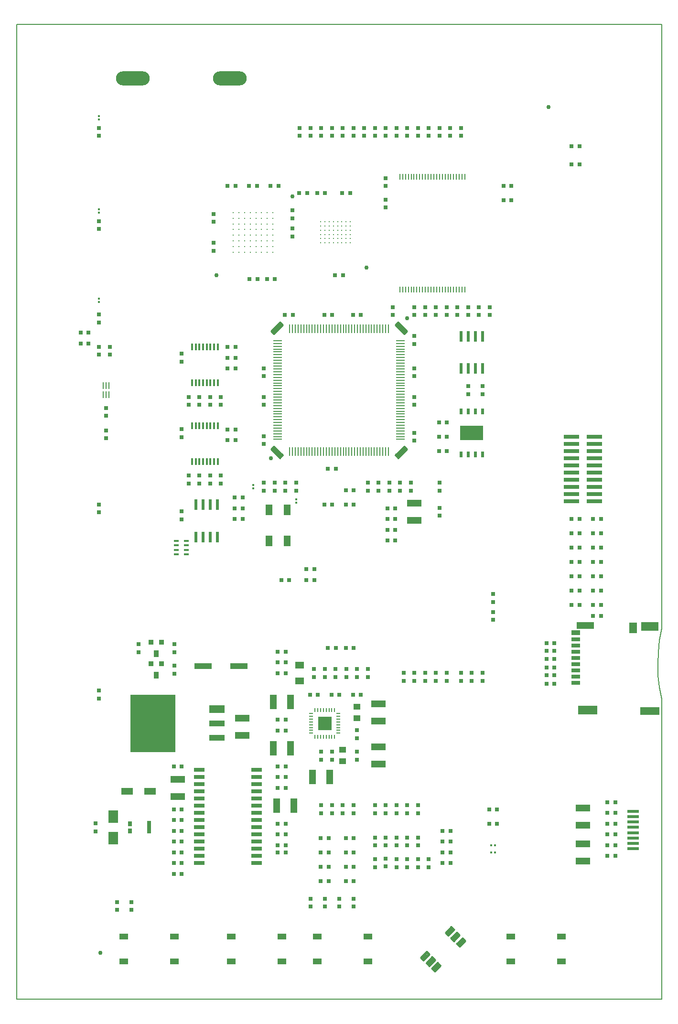
<source format=gbr>
%FSTAX23Y23*%
%MOIN*%
%SFA1B1*%

%IPPOS*%
%ADD11C,0.010000*%
%ADD12R,0.016000X0.016000*%
%ADD13R,0.030000X0.030000*%
%ADD14R,0.020000X0.039000*%
%ADD15R,0.028000X0.008000*%
%ADD16R,0.009000X0.040000*%
%ADD17R,0.138000X0.063000*%
%ADD18R,0.138000X0.055000*%
%ADD19R,0.122000X0.047000*%
%ADD20R,0.122000X0.059000*%
%ADD21C,0.010000*%
%ADD22R,0.063000X0.009000*%
%ADD23R,0.009000X0.063000*%
%ADD24R,0.009000X0.063000*%
%ADD25R,0.110000X0.029000*%
%ADD26R,0.100000X0.050000*%
%ADD27R,0.051000X0.075000*%
%ADD28C,0.030000*%
%ADD29R,0.060000X0.050000*%
%ADD30R,0.035000X0.016000*%
%ADD31R,0.050000X0.040000*%
%ADD32R,0.050000X0.100000*%
%ADD33R,0.110000X0.039000*%
%ADD34R,0.110000X0.056000*%
%ADD35R,0.315000X0.402000*%
%ADD36R,0.011000X0.046000*%
%ADD37R,0.011000X0.046000*%
%ADD38R,0.036000X0.050000*%
%ADD39R,0.036000X0.036000*%
%ADD40R,0.060000X0.040000*%
%ADD42R,0.012000X0.045000*%
%ADD43R,0.080000X0.047000*%
%ADD44R,0.028000X0.037000*%
%ADD45R,0.031000X0.087000*%
%ADD46R,0.008000X0.028000*%
%ADD47R,0.098000X0.098000*%
%ADD48R,0.024000X0.076000*%
%ADD49R,0.069000X0.091000*%
%ADD50R,0.075000X0.025000*%
%ADD51C,0.012000*%
%ADD52R,0.079000X0.020000*%
%ADD53O,0.236000X0.098000*%
%ADD54R,0.160000X0.100000*%
%ADD55R,0.055000X0.077000*%
%ADD56R,0.063000X0.031000*%
%ADD57R,0.063000X0.033000*%
%ADD58C,0.005000*%
%ADD101R,0.121000X0.041000*%
%LNmb672d-1*%
%LPD*%
G54D11*
X02653Y00007D02*
X02632Y00028D01*
X02674Y00071*
X02696Y00049*
X02653Y00007*
Y00019D02*
X02644Y00028D01*
X02674Y00059*
X02684Y00049*
X02653Y00019*
X02655Y00029D02*
X02673Y00048D01*
X02826Y00179D02*
X02804Y00201D01*
X02847Y00243*
X02868Y00222*
X02826Y00179*
Y00191D02*
X02816Y00201D01*
X02847Y00231*
X02856Y00222*
X02826Y00191*
X02827Y00202D02*
X02845Y00221D01*
X02865Y00141D02*
X02843Y00162D01*
X02886Y00204*
X02907Y00183*
X02865Y00141*
Y00152D02*
X02855Y00162D01*
X02886Y00192*
X02895Y00183*
X02865Y00152*
X02866Y00163D02*
X02884Y00182D01*
X02787Y00218D02*
X02766Y0024D01*
X02808Y00282*
X02829Y00261*
X02787Y00218*
Y0023D02*
X02777Y0024D01*
X02808Y0027*
X02817Y00261*
X02787Y0023*
X02788Y0024D02*
X02806Y0026D01*
X02692Y-00032D02*
X02671Y-00011D01*
X02713Y00032*
X02734Y0001*
X02692Y-00032*
Y-0002D02*
X02683Y-00011D01*
X02713Y0002*
X02723Y0001*
X02692Y-0002*
X02694Y-0001D02*
X02712Y0001D01*
X02614Y00046D02*
X02593Y00067D01*
X02635Y00109*
X02657Y00088*
X02614Y00046*
Y00058D02*
X02605Y00067D01*
X02635Y00098*
X02645Y00088*
X02614Y00058*
X02616Y00068D02*
X02634Y00087D01*
G54D12*
X03088Y008D03*
Y0085D03*
X03112D03*
Y008D03*
X0035Y04638D03*
Y05263D03*
X01425Y03362D03*
Y03338D03*
X01725Y03238D03*
Y03262D03*
X0035Y05287D03*
Y04662D03*
Y05937D03*
Y05913D03*
G54D13*
X027Y02053D03*
X02723Y036D03*
Y037D03*
X01352Y03275D03*
Y032D03*
X0035Y04497D03*
Y04552D03*
X03797Y0245D03*
X03852D03*
X03473Y02205D03*
X03527D03*
X03473Y0226D03*
X03527D03*
X03473Y01975D03*
X03527D03*
X03473Y02035D03*
X03527D03*
X03473Y0209D03*
X03527D03*
X015Y03322D03*
Y03378D03*
X0035Y05202D03*
Y05148D03*
Y05852D03*
Y05798D03*
X01575Y03322D03*
X02125Y01072D03*
X0205D03*
X01975D03*
X019D03*
X02225Y03378D03*
Y03322D03*
X02875Y05852D03*
Y05798D03*
X01725Y03322D03*
Y03378D03*
X02072Y009D03*
X02128D03*
X02777Y037D03*
X03953Y0085D03*
X03898D03*
X02777Y036D03*
X01247Y03675D03*
X01303D03*
X0235Y01072D03*
Y01128D03*
X02275Y01072D03*
Y01128D03*
X02425Y01072D03*
Y01128D03*
X025Y01072D03*
Y01128D03*
X02575Y01072D03*
Y01128D03*
X01247Y0425D03*
X01303D03*
X02747Y0095D03*
X02803D03*
X01247Y04325D03*
X01303D03*
X031Y02602D03*
Y02547D03*
X01298Y03125D03*
X03025Y04052D03*
Y03997D03*
X01597Y0125D03*
X01653D03*
Y0205D03*
X01597D03*
X01298Y03275D03*
X0255Y03727D03*
Y03672D03*
Y04122D03*
Y04177D03*
X0165Y03322D03*
Y03378D03*
X02072Y03325D03*
X02128D03*
X01852Y027D03*
X01798D03*
X02072Y03225D03*
X02128D03*
X019Y01128D03*
X02125D03*
X02425Y00902D03*
Y00848D03*
X02747Y00875D03*
X02803D03*
X01952Y007D03*
X01898D03*
X00425Y04327D03*
Y04273D03*
X03072Y011D03*
X03128D03*
X01747Y054D03*
X01803D03*
X01622Y027D03*
X01678D03*
X03797Y03025D03*
X03852D03*
X03648Y02525D03*
X03703D03*
X03025Y01997D03*
Y02053D03*
X03797Y03125D03*
X03852D03*
X03075Y04548D03*
Y04602D03*
X02925Y04548D03*
Y04602D03*
X0245Y03378D03*
Y03322D03*
X01303Y0545D03*
X01247D03*
X02003Y03475D03*
X01947D03*
X0255Y03922D03*
Y03977D03*
X023Y03378D03*
Y03322D03*
X01977Y03225D03*
X01923D03*
X025Y05798D03*
Y05852D03*
X02125D03*
Y05798D03*
X02575Y05852D03*
Y05798D03*
X02375Y03322D03*
Y03378D03*
X015Y03703D03*
Y03648D03*
Y04122D03*
Y04177D03*
X01648Y0455D03*
X01702D03*
X01923D03*
X01977D03*
X02122D03*
X02178D03*
X02418Y03125D03*
X02362D03*
X015Y03922D03*
Y03977D03*
X02Y02023D03*
Y02078D03*
X02725Y05798D03*
Y05852D03*
X019D03*
Y05798D03*
X0215Y02023D03*
Y02078D03*
X02072Y02225D03*
X02128D03*
X02775Y02053D03*
Y01997D03*
X02875Y02053D03*
Y01997D03*
X02003Y02225D03*
X01947D03*
X02425Y05798D03*
Y05852D03*
X0235Y05798D03*
Y05852D03*
X028D03*
Y05798D03*
X02725Y03378D03*
X01825Y05852D03*
X01975D03*
X02725Y03322D03*
X00928Y00725D03*
X00873D03*
X01303Y0375D03*
X01952Y009D03*
X0205Y05852D03*
X03172Y0535D03*
Y0545D03*
X00925Y03178D03*
Y03122D03*
X03527Y0215D03*
X03473D03*
X02025Y00423D03*
X01925D03*
X01825D03*
X01975Y05798D03*
X01825D03*
X02225Y02023D03*
Y02078D03*
X0185D03*
Y02023D03*
X00873Y0095D03*
X00928D03*
X00873Y011D03*
X00928D03*
X00873Y00875D03*
X00928D03*
Y01025D03*
X00873D03*
X03227Y0545D03*
Y0535D03*
X01247Y0375D03*
X01653Y014D03*
X01597D03*
Y0085D03*
X01653D03*
X00873Y014D03*
X00928D03*
X00873Y008D03*
X00928D03*
X02122Y019D03*
X02178D03*
X01975Y01447D03*
Y01503D03*
X01653Y0165D03*
X01597D03*
X01653Y02125D03*
X03648Y056D03*
X03703D03*
X03648Y05725D03*
X03703D03*
X02725Y03148D03*
Y03203D03*
X01597Y01325D03*
Y00925D03*
X0215Y01447D03*
Y01503D03*
X01653Y01325D03*
X03648Y03025D03*
Y02625D03*
X01653Y00925D03*
X01898Y006D03*
X01952D03*
X00625Y02253D03*
Y02197D03*
X03703Y02825D03*
X03648D03*
X0105Y03977D03*
Y03922D03*
X0255Y01997D03*
Y02053D03*
X02625D03*
Y01997D03*
X0295D03*
Y02053D03*
X03703Y02625D03*
X03852Y02825D03*
X03797D03*
X02128Y007D03*
X02072D03*
X0235Y05503D03*
Y05448D03*
X03797Y02925D03*
X03852D03*
X02128Y008D03*
X02072D03*
X02275Y00752D03*
Y00697D03*
X02128Y006D03*
X02072D03*
X017Y05222D03*
Y05278D03*
X03703Y03125D03*
X03648D03*
Y02925D03*
X03703D03*
X03852Y02725D03*
X03797D03*
X03648D03*
X03703D03*
X03Y04602D03*
Y04548D03*
X02575Y00848D03*
Y00902D03*
X025Y00848D03*
Y00902D03*
X02275Y00848D03*
Y00902D03*
X0235D03*
Y00848D03*
X03953Y00925D03*
X03898D03*
X00875Y02047D03*
Y02102D03*
X004Y03688D03*
Y03743D03*
X00278Y04425D03*
X00222D03*
X02575Y00697D03*
Y00752D03*
X025Y00697D03*
Y00752D03*
X02425Y00697D03*
Y00752D03*
X0235Y00702D03*
Y00757D03*
X012Y03372D03*
Y03428D03*
Y03922D03*
Y03977D03*
X0105Y03372D03*
Y03428D03*
X01125Y03372D03*
Y03428D03*
Y03922D03*
Y03977D03*
X00975Y03922D03*
Y03977D03*
X00925Y03753D03*
Y03697D03*
X00325Y01003D03*
Y00947D03*
X02925Y03997D03*
Y04052D03*
X03852Y02525D03*
X03797D03*
X02747Y00725D03*
X02803D03*
Y008D03*
X02747D03*
X0205Y05798D03*
X02475Y02053D03*
Y01997D03*
X004Y03845D03*
Y039D03*
X03703Y03025D03*
X03797Y02625D03*
X03852D03*
X0035Y04273D03*
Y04327D03*
X01653Y008D03*
X01597D03*
X02125Y00423D03*
X03953Y0115D03*
X03898D03*
X00222Y0435D03*
X00278D03*
X01653Y01725D03*
X01597D03*
X0215Y01653D03*
Y01597D03*
X01898Y009D03*
X00575Y00452D03*
Y00398D03*
X02525Y03378D03*
Y03322D03*
X024Y04602D03*
Y04548D03*
X02275Y05852D03*
Y05798D03*
X02362Y032D03*
X02418D03*
X0265Y05798D03*
Y05852D03*
X022Y05798D03*
Y05852D03*
X01852Y02775D03*
X01798D03*
X03898Y00775D03*
X03953D03*
X014Y048D03*
X01455D03*
X0265Y00697D03*
Y00752D03*
X01898Y008D03*
X01952D03*
X01925Y02078D03*
Y02023D03*
X02075Y02078D03*
Y02023D03*
X027Y01997D03*
X0255Y04347D03*
Y04403D03*
X03072Y01D03*
X03128D03*
X01303Y04175D03*
X01247D03*
X01975Y01128D03*
X0205D03*
X02723Y038D03*
X02777D03*
X00928Y0065D03*
X00873D03*
X00975Y03428D03*
Y03372D03*
X02362Y02975D03*
X02418D03*
X01602Y0545D03*
X01548D03*
X01872Y054D03*
X01928D03*
X0255Y04548D03*
Y04602D03*
X027D03*
Y04548D03*
X0175Y05798D03*
Y05852D03*
X019Y01447D03*
Y01503D03*
X01822Y019D03*
X01878D03*
X02625Y04548D03*
Y04602D03*
X0285Y04548D03*
Y04602D03*
X02027Y019D03*
X01972D03*
X00925Y04222D03*
Y04278D03*
X01653Y01D03*
X01597D03*
X01452Y0545D03*
X01398D03*
X0115Y05052D03*
Y04997D03*
Y05253D03*
Y05198D03*
X02047Y054D03*
X02102D03*
X02053Y04825D03*
X01997D03*
X0235Y05298D03*
Y05352D03*
X017Y05097D03*
Y05153D03*
X01523Y048D03*
X01577D03*
X01575Y03378D03*
X00875Y02253D03*
Y02197D03*
X01597Y02125D03*
X02125Y00477D03*
X02025D03*
X01925D03*
X01825D03*
X01597Y022D03*
X01653D03*
X0035Y01872D03*
Y01928D03*
Y03172D03*
Y03227D03*
X01298Y032D03*
X00475Y00398D03*
Y00452D03*
X02775Y04602D03*
Y04548D03*
X02362Y0305D03*
X02418D03*
X03953Y01075D03*
X03898D03*
Y01D03*
X03953D03*
X01352Y03125D03*
X031Y02477D03*
Y02422D03*
G54D14*
X02975Y03875D03*
X03025D03*
X02925Y03575D03*
X03025D03*
X02925Y03875D03*
X02875D03*
X02975Y03575D03*
X02875D03*
G54D15*
X01831Y01749D03*
Y01769D03*
Y0173D03*
Y0171D03*
Y0169D03*
Y0167D03*
Y01651D03*
Y01631D03*
X02019D03*
Y01651D03*
Y0167D03*
Y0169D03*
Y0171D03*
Y0173D03*
Y01749D03*
Y01769D03*
G54D16*
X02765Y04725D03*
X02745D03*
X0245D03*
X0247D03*
X02489D03*
X02509D03*
X02529D03*
X02548D03*
X02568D03*
X02588D03*
X02607D03*
X02627D03*
X02647D03*
X02667D03*
X02686D03*
X02706D03*
X02726D03*
X02785D03*
X02804D03*
X02824D03*
X02844D03*
X02863D03*
X02883D03*
X02903D03*
X0245Y05512D03*
X0247D03*
X02489D03*
X02509D03*
X02529D03*
X02548D03*
X02568D03*
X02588D03*
X02607D03*
X02627D03*
X02647D03*
X02667D03*
X02686D03*
X02706D03*
X02726D03*
X02745D03*
X02765D03*
X02785D03*
X02804D03*
X02824D03*
X02844D03*
X02863D03*
X02883D03*
X02903D03*
G54D17*
X03761Y01791D03*
G54D18*
X04194Y01787D03*
G54D19*
X03742Y02382D03*
G54D20*
X04194Y02376D03*
G54D21*
X025Y03613D02*
X02437Y0355D01*
X02416Y03571*
X02479Y03634*
X025Y03613*
X02488D02*
X02437Y03562D01*
X02428Y03571*
X02479Y03622*
X02488Y03613*
X02478Y03611D02*
X02438Y03573D01*
X01613Y0355D02*
X0155Y03613D01*
X01571Y03634*
X01634Y03571*
X01613Y0355*
Y03562D02*
X01562Y03613D01*
X01571Y03622*
X01622Y03571*
X01613Y03562*
X01611Y03572D02*
X01573Y03612D01*
X02479Y04416D02*
X02416Y04479D01*
X02437Y045*
X025Y04437*
X02479Y04416*
Y04428D02*
X02428Y04479D01*
X02437Y04488*
X02488Y04437*
X02479Y04428*
X02477Y04438D02*
X02439Y04478D01*
X01634Y04479D02*
X01571Y04416D01*
X0155Y04437*
X01613Y045*
X01634Y04479*
X01622D02*
X01571Y04428D01*
X01562Y04437*
X01613Y04488*
X01622Y04479*
X01612Y04477D02*
X01572Y04439D01*
G54D22*
X01596Y04369D03*
Y03681D03*
Y037D03*
Y0372D03*
Y0374D03*
Y03759D03*
Y03779D03*
Y03799D03*
Y03818D03*
Y03838D03*
Y03858D03*
Y03877D03*
Y03897D03*
Y03917D03*
Y03936D03*
Y03956D03*
Y03976D03*
Y03995D03*
Y04015D03*
Y04035D03*
Y04055D03*
Y04074D03*
Y04094D03*
Y04114D03*
Y04133D03*
Y04153D03*
Y04173D03*
Y04192D03*
Y04212D03*
Y04232D03*
Y04251D03*
Y04271D03*
Y04291D03*
Y0431D03*
Y0433D03*
Y0435D03*
X02454Y04369D03*
Y0435D03*
Y0433D03*
Y0431D03*
Y04291D03*
Y04271D03*
Y04251D03*
Y04232D03*
Y04212D03*
Y04192D03*
Y04173D03*
Y04153D03*
Y04133D03*
Y04114D03*
Y04094D03*
Y04074D03*
Y04055D03*
Y04035D03*
Y04015D03*
Y03995D03*
Y03976D03*
Y03956D03*
Y03936D03*
Y03917D03*
Y03897D03*
Y03877D03*
Y03858D03*
Y03838D03*
Y03818D03*
Y03799D03*
Y03779D03*
Y03759D03*
Y0374D03*
Y0372D03*
Y037D03*
Y03681D03*
G54D23*
X01681Y04454D03*
G54D24*
X017Y04454D03*
X0172D03*
X0174D03*
X01759D03*
X01779D03*
X01799D03*
X01818D03*
X01838D03*
X01858D03*
X01877D03*
X01897D03*
X01917D03*
X01936D03*
X01956D03*
X01976D03*
X01995D03*
X02015D03*
X02035D03*
X02055D03*
X02074D03*
X02094D03*
X02114D03*
X02133D03*
X02153D03*
X02173D03*
X02192D03*
X02212D03*
X02232D03*
X02251D03*
X02271D03*
X02291D03*
X0231D03*
X0233D03*
X0235D03*
X02369D03*
Y03596D03*
X0235D03*
X0233D03*
X0231D03*
X02291D03*
X02271D03*
X02251D03*
X02232D03*
X02212D03*
X02192D03*
X02173D03*
X02153D03*
X02133D03*
X02114D03*
X02094D03*
X02074D03*
X02055D03*
X02035D03*
X02015D03*
X01995D03*
X01976D03*
X01956D03*
X01936D03*
X01917D03*
X01897D03*
X01877D03*
X01858D03*
X01838D03*
X01818D03*
X01799D03*
X01779D03*
X01759D03*
X0174D03*
X0172D03*
X017D03*
X01681D03*
G54D25*
X03805Y034D03*
Y037D03*
X03645D03*
X03805Y0365D03*
X03645D03*
X03805Y036D03*
X03645D03*
X03805Y0355D03*
X03645D03*
X03805Y035D03*
X03645D03*
X03805Y033D03*
Y0325D03*
X03645D03*
X03805Y0335D03*
Y0345D03*
X03645Y033D03*
Y0335D03*
Y034D03*
Y0345D03*
G54D26*
X0255Y03235D03*
Y03115D03*
X023Y01535D03*
Y01415D03*
Y01835D03*
Y01715D03*
X009Y0131D03*
Y0119D03*
X0135Y01735D03*
Y01615D03*
X03725Y0074D03*
Y0086D03*
Y0099D03*
Y0111D03*
G54D27*
X01537Y03188D03*
Y02972D03*
X01663D03*
Y03188D03*
G54D28*
X0117Y04825D03*
X017Y05375D03*
X02215Y0488D03*
X03485Y06D03*
X0036Y001D03*
X0155Y0355D03*
X025Y04525D03*
G54D29*
X0175Y01995D03*
Y02105D03*
G54D30*
X00959Y02972D03*
Y02878D03*
Y02941D03*
X00891Y02972D03*
Y02878D03*
Y02941D03*
Y02909D03*
X00959D03*
G54D31*
X0205Y01435D03*
Y01515D03*
X0215Y01815D03*
Y01735D03*
G54D32*
X01565Y0185D03*
X01685D03*
X0196Y01325D03*
X0184D03*
X01685Y01525D03*
X01565D03*
X0159Y01125D03*
X0171D03*
G54D33*
X01174Y017D03*
Y016D03*
G54D34*
X01174Y018D03*
G54D35*
X00725Y017D03*
G54D36*
X004Y03994D03*
X0042D03*
X0038Y04056D03*
X004D03*
X0042D03*
G54D37*
X0038Y03994D03*
G54D38*
X00749Y02035D03*
Y02185D03*
G54D39*
X00712Y02115D03*
X00788D03*
X00712Y02265D03*
X00788D03*
G54D40*
X03223Y00213D03*
X03577D03*
Y00038D03*
X03223D03*
X01873Y00213D03*
X02227D03*
Y00038D03*
X01873D03*
X01627D03*
X01273D03*
Y00213D03*
X01627D03*
X00523D03*
X00877D03*
Y00038D03*
X00523D03*
G54D42*
X01Y03525D03*
X01026D03*
X01051D03*
X01077D03*
X01102D03*
X01128D03*
X01154D03*
X01179D03*
X01Y03777D03*
X01026D03*
X01051D03*
X01077D03*
X01102D03*
X01154D03*
X01179D03*
X01128D03*
X01Y04075D03*
X01026D03*
X01051D03*
X01077D03*
X01102D03*
X01128D03*
X01154D03*
X01179D03*
X01Y04327D03*
X01026D03*
X01051D03*
X01077D03*
X01102D03*
X01179D03*
X01154D03*
X01128D03*
G54D43*
X00705Y01225D03*
X00545D03*
G54D44*
X00565Y01D03*
Y0095D03*
G54D45*
X007Y00975D03*
G54D46*
X01994Y01794D03*
X01974D03*
X01955D03*
X01935D03*
X01915D03*
X01895D03*
X01876D03*
X01856D03*
Y01606D03*
X01876D03*
X01895D03*
X01915D03*
X01935D03*
X01955D03*
X01974D03*
X01994D03*
G54D47*
X01925Y017D03*
G54D48*
X01125Y03225D03*
X01175D03*
Y03D03*
X01075Y03225D03*
X01125Y03D03*
X01025Y03225D03*
X01075Y03D03*
X01025D03*
X02875Y04175D03*
X02975D03*
X02875Y044D03*
X02925D03*
X03025Y04175D03*
Y044D03*
X02925Y04175D03*
X02975Y044D03*
G54D49*
X0045Y009D03*
Y0105D03*
G54D50*
X0105Y01275D03*
X0145Y00925D03*
X0105Y01225D03*
Y01125D03*
Y01175D03*
Y01325D03*
Y01375D03*
Y00875D03*
X0145Y01325D03*
X0105Y00975D03*
Y00925D03*
Y00775D03*
X0145Y01125D03*
Y00975D03*
Y01175D03*
Y00725D03*
Y00775D03*
Y01225D03*
Y00875D03*
Y01025D03*
Y00825D03*
Y01075D03*
Y01275D03*
X0105Y01075D03*
Y01025D03*
Y00825D03*
Y00725D03*
X0145Y01375D03*
G54D51*
X01956Y05169D03*
X02103Y05199D03*
Y05169D03*
Y0514D03*
Y0511D03*
Y05081D03*
Y05051D03*
X02074Y05199D03*
Y05169D03*
Y0514D03*
Y0511D03*
Y05081D03*
Y05051D03*
X02044Y05199D03*
Y05169D03*
Y0514D03*
Y0511D03*
Y05081D03*
Y05051D03*
X02015Y05199D03*
Y05169D03*
Y0514D03*
Y0511D03*
Y05081D03*
Y05051D03*
X01985Y05199D03*
Y05169D03*
Y0514D03*
Y0511D03*
Y05081D03*
Y05051D03*
X01956Y05199D03*
Y0514D03*
Y0511D03*
Y05081D03*
Y05051D03*
X01926Y05199D03*
Y05169D03*
Y0514D03*
Y0511D03*
Y05081D03*
Y05051D03*
X01897Y05199D03*
Y05169D03*
Y0514D03*
Y0511D03*
Y05081D03*
Y05051D03*
X01563Y04987D03*
X01523D03*
X01484D03*
X01445D03*
X01405D03*
X01366D03*
X01327D03*
X01287D03*
X01563Y05027D03*
X01523D03*
X01484D03*
X01445D03*
X01405D03*
X01366D03*
X01327D03*
X01287Y05263D03*
X01327D03*
X01366D03*
X01405D03*
X01445D03*
X01484D03*
X01523D03*
X01563D03*
X01287Y05223D03*
X01327D03*
X01366D03*
X01405D03*
X01445D03*
X01484D03*
X01523D03*
X01563D03*
X01287Y05184D03*
X01327D03*
X01366D03*
X01405D03*
X01445D03*
X01484D03*
X01523D03*
X01563D03*
X01287Y05145D03*
X01327D03*
X01366D03*
X01405D03*
X01445D03*
X01484D03*
X01523D03*
X01563D03*
X01287Y05105D03*
X01327D03*
X01366D03*
X01405D03*
X01445D03*
X01484D03*
X01523D03*
X01563D03*
X01287Y05066D03*
X01327D03*
X01366D03*
X01405D03*
X01445D03*
X01484D03*
X01523D03*
X01563D03*
X01287Y05027D03*
G54D52*
X04075Y01049D03*
Y01012D03*
Y00825D03*
Y00937D03*
Y00975D03*
Y00862D03*
Y01087D03*
Y009D03*
G54D53*
X01264Y062D03*
X00586D03*
G54D54*
X0295Y03725D03*
G54D55*
X04078Y02367D03*
G54D56*
X03677Y02113D03*
Y0207D03*
Y022D03*
Y02286D03*
Y01983D03*
Y02026D03*
Y02243D03*
Y02156D03*
G54D57*
X03677Y02331D03*
G54D58*
X04275Y02361D02*
D01*
X0426Y02279*
X04252Y02197*
X04249Y02115*
X04251Y02033*
X0426Y01951*
X04275Y0187*
Y02361D02*
Y06575D01*
Y-00225D02*
Y0187D01*
X-00225Y-00225D02*
X04275D01*
X-00225Y06575D02*
X04275D01*
X-00225Y-00225D02*
Y06575D01*
G54D101*
X01075Y021D03*
X01325D03*
M02*
</source>
